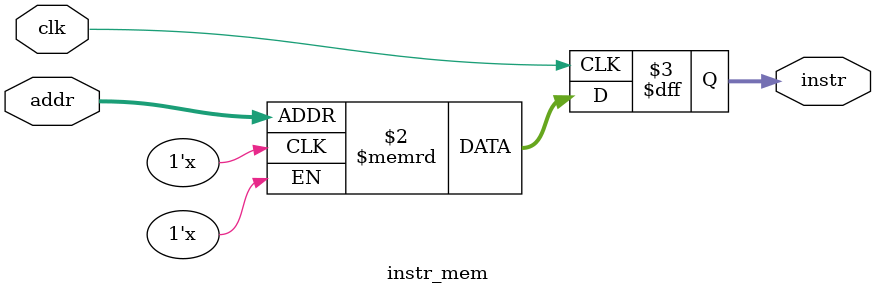
<source format=v>
module instr_mem(
    input wire clk,
    input wire[7:0] addr,
    output reg[15:0] instr
);

reg[15:0] mem[100:0];

always @(posedge clk) begin
    instr <= mem[addr];
end

endmodule

</source>
